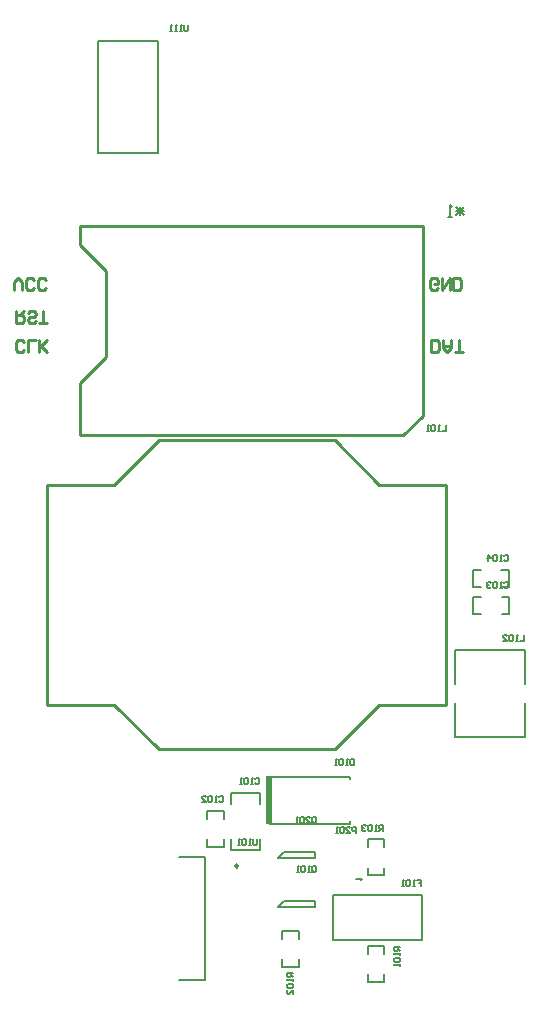
<source format=gbo>
%FSLAX25Y25*%
%MOIN*%
G70*
G01*
G75*
G04 Layer_Color=9218505*
%ADD10R,0.03937X0.03740*%
%ADD11R,0.03740X0.03937*%
%ADD12R,0.02362X0.05906*%
%ADD13R,0.02559X0.04331*%
%ADD14R,0.03150X0.02362*%
%ADD15R,0.08465X0.06693*%
%ADD16O,0.00945X0.02362*%
%ADD17R,0.05906X0.07480*%
%ADD18R,0.03150X0.03150*%
%ADD19R,0.04724X0.07874*%
%ADD20O,0.02362X0.00984*%
%ADD21R,0.06300X0.05000*%
%ADD22R,0.04724X0.03937*%
%ADD23R,0.08661X0.03937*%
%ADD24R,0.04331X0.02559*%
%ADD25O,0.02362X0.06299*%
%ADD26O,0.06299X0.02362*%
%ADD27C,0.01000*%
%ADD28C,0.02000*%
%ADD29C,0.01500*%
%ADD30C,0.06300*%
%ADD31C,0.03500*%
%ADD32C,0.02200*%
%ADD33C,0.06500*%
%ADD34C,0.04500*%
%ADD35C,0.06000*%
%ADD36C,0.04000*%
%ADD37R,0.01732X0.00787*%
%ADD38C,0.06000*%
%ADD39C,0.08700*%
%ADD40R,0.05906X0.05906*%
%ADD41C,0.05906*%
%ADD42R,0.06496X0.06496*%
%ADD43C,0.06496*%
%ADD44R,0.05906X0.05906*%
%ADD45R,0.06496X0.06496*%
%ADD46C,0.02000*%
%ADD47C,0.01969*%
%ADD48C,0.05000*%
%ADD49R,0.20079X0.70079*%
%ADD50R,0.32677X0.41142*%
%ADD51R,0.12598X0.04134*%
%ADD52R,0.20866X0.06299*%
%ADD53R,0.08500X0.10799*%
%ADD54R,0.07717X0.12402*%
%ADD55R,0.07284X0.05118*%
%ADD56R,0.11024X0.03937*%
%ADD57R,0.02500X0.04200*%
%ADD58C,0.00799*%
%ADD59C,0.00984*%
%ADD60C,0.00700*%
%ADD61C,0.00800*%
%ADD62C,0.00787*%
%ADD63C,0.00669*%
%ADD64C,0.00701*%
%ADD65C,0.00600*%
%ADD66R,0.02000X0.04000*%
%ADD67R,0.01000X0.11000*%
%ADD68R,0.10350X0.01000*%
%ADD69R,0.04000X0.02000*%
%ADD70R,0.00886X0.03937*%
%ADD71R,0.03839X0.06102*%
%ADD72R,0.04433X0.07043*%
%ADD73R,0.02362X0.02756*%
%ADD74R,0.00000X0.03150*%
%ADD75R,0.00000X0.00000*%
%ADD76R,0.04337X0.04140*%
%ADD77R,0.04140X0.04337*%
%ADD78R,0.02762X0.06306*%
%ADD79R,0.02959X0.04731*%
%ADD80R,0.03550X0.02762*%
%ADD81R,0.08865X0.07093*%
%ADD82O,0.01345X0.02762*%
%ADD83R,0.06306X0.07880*%
%ADD84R,0.03550X0.03550*%
%ADD85R,0.05124X0.08274*%
%ADD86O,0.02762X0.01384*%
%ADD87R,0.06700X0.05400*%
%ADD88R,0.05124X0.04337*%
%ADD89R,0.09061X0.04337*%
%ADD90R,0.04731X0.02959*%
%ADD91O,0.02762X0.06699*%
%ADD92O,0.06699X0.02762*%
%ADD93R,0.02132X0.01187*%
%ADD94C,0.09100*%
%ADD95R,0.06306X0.06306*%
%ADD96C,0.06306*%
%ADD97R,0.06306X0.06306*%
%ADD98C,0.02362*%
%ADD99C,0.02369*%
%ADD100C,0.05400*%
%ADD101R,0.20479X0.70479*%
%ADD102R,0.33077X0.41542*%
%ADD103R,0.12998X0.04534*%
%ADD104R,0.21266X0.06699*%
%ADD105R,0.08900X0.11199*%
%ADD106R,0.08117X0.12802*%
%ADD107R,0.07684X0.05518*%
%ADD108R,0.11424X0.04337*%
%ADD109R,0.02900X0.04600*%
%ADD110C,0.02400*%
%ADD111C,0.00500*%
%ADD112R,0.02000X0.16400*%
D27*
X93000Y-256476D02*
X122331D01*
X137193Y-241614D01*
X159535D01*
Y-205000D01*
X26465Y-241614D02*
Y-205000D01*
Y-241614D02*
X48807D01*
X63669Y-256476D01*
X93000D01*
X63669Y-153524D02*
X93000D01*
X48807Y-168386D02*
X63669Y-153524D01*
X26465Y-168386D02*
X48807D01*
X26465Y-205000D02*
Y-168386D01*
X159535Y-205000D02*
Y-168386D01*
X137193D02*
X159535D01*
X122331Y-153524D02*
X137193Y-168386D01*
X93000Y-153524D02*
X122331D01*
X46000Y-108165D02*
Y-101725D01*
Y-108165D02*
Y-101725D01*
Y-97000D01*
X37413Y-88413D02*
X46000Y-97000D01*
X37413Y-88413D02*
Y-82157D01*
Y-151842D02*
Y-134421D01*
X46000Y-125835D01*
X37413Y-151842D02*
X145158D01*
X151587Y-145413D01*
Y-82157D01*
X46000Y-125835D02*
Y-108165D01*
X37413Y-82157D02*
X151587D01*
X18624Y-123280D02*
X17968Y-123936D01*
X16656D01*
X16000Y-123280D01*
Y-120656D01*
X16656Y-120000D01*
X17968D01*
X18624Y-120656D01*
X19936Y-123936D02*
Y-120000D01*
X22560D01*
X23871Y-123936D02*
Y-120000D01*
Y-121312D01*
X26495Y-123936D01*
X24527Y-121968D01*
X26495Y-120000D01*
X16000Y-110500D02*
Y-114436D01*
X17968D01*
X18624Y-113780D01*
Y-112468D01*
X17968Y-111812D01*
X16000D01*
X17312D02*
X18624Y-110500D01*
X22560Y-113780D02*
X21904Y-114436D01*
X20592D01*
X19936Y-113780D01*
Y-113124D01*
X20592Y-112468D01*
X21904D01*
X22560Y-111812D01*
Y-111156D01*
X21904Y-110500D01*
X20592D01*
X19936Y-111156D01*
X23871Y-114436D02*
X26495D01*
X25183D01*
Y-110500D01*
X15500Y-103436D02*
Y-100812D01*
X16812Y-99500D01*
X18124Y-100812D01*
Y-103436D01*
X22060Y-102780D02*
X21404Y-103436D01*
X20092D01*
X19436Y-102780D01*
Y-100156D01*
X20092Y-99500D01*
X21404D01*
X22060Y-100156D01*
X25995Y-102780D02*
X25339Y-103436D01*
X24027D01*
X23371Y-102780D01*
Y-100156D01*
X24027Y-99500D01*
X25339D01*
X25995Y-100156D01*
X154500Y-123936D02*
Y-120000D01*
X156468D01*
X157124Y-120656D01*
Y-123280D01*
X156468Y-123936D01*
X154500D01*
X158436Y-120000D02*
Y-122624D01*
X159748Y-123936D01*
X161060Y-122624D01*
Y-120000D01*
Y-121968D01*
X158436D01*
X162372Y-123936D02*
X164995D01*
X163683D01*
Y-120000D01*
X156624Y-102780D02*
X155968Y-103436D01*
X154656D01*
X154000Y-102780D01*
Y-100156D01*
X154656Y-99500D01*
X155968D01*
X156624Y-100156D01*
Y-101468D01*
X155312D01*
X157936Y-99500D02*
Y-103436D01*
X160560Y-99500D01*
Y-103436D01*
X161872D02*
Y-99500D01*
X163839D01*
X164495Y-100156D01*
Y-102780D01*
X163839Y-103436D01*
X161872D01*
D59*
X90114Y-295382D02*
G03*
X90114Y-295382I-492J0D01*
G01*
D60*
X185571Y-252540D02*
Y-241193D01*
X162429Y-252540D02*
Y-241193D01*
Y-252540D02*
X185571D01*
X162429Y-223460D02*
X185571D01*
Y-234807D02*
Y-223460D01*
X162429Y-234807D02*
Y-223460D01*
X127500Y-266550D02*
Y-265650D01*
X100800D02*
X127500D01*
X100800Y-281350D02*
X127500D01*
Y-280450D01*
X121736Y-319980D02*
X151264D01*
X121736D02*
Y-305118D01*
X151264Y-319980D02*
Y-305118D01*
X121736D02*
X151264D01*
X138727Y-298498D02*
Y-295900D01*
X133280Y-298498D02*
X138727D01*
X133280D02*
Y-295900D01*
Y-289100D02*
Y-286502D01*
X138727D01*
Y-289100D02*
Y-286502D01*
Y-333998D02*
Y-331400D01*
X133280Y-333998D02*
X138727D01*
X133280D02*
Y-331400D01*
Y-324600D02*
Y-322002D01*
X138727D01*
Y-324600D02*
Y-322002D01*
X110227Y-328998D02*
Y-326400D01*
X104780Y-328998D02*
X110227D01*
X104780D02*
Y-326400D01*
Y-319600D02*
Y-317002D01*
X110227D01*
Y-319600D02*
Y-317002D01*
X87736Y-289949D02*
Y-286405D01*
Y-289949D02*
X97264D01*
Y-286405D01*
Y-274594D02*
Y-271051D01*
X87736D02*
X97264D01*
X87736Y-274594D02*
Y-271051D01*
X85227Y-288998D02*
Y-286400D01*
X79780Y-288998D02*
X85227D01*
X79780D02*
Y-286400D01*
Y-279600D02*
Y-277002D01*
X85227D01*
Y-279600D02*
Y-277002D01*
X168502Y-211227D02*
X171100D01*
X168502D02*
Y-205780D01*
X171100D01*
X177900D02*
X180498D01*
Y-211227D02*
Y-205780D01*
X177900Y-211227D02*
X180498D01*
X168407Y-202227D02*
X171005D01*
X168407D02*
Y-196780D01*
X171005D01*
X177805D02*
X180404D01*
Y-202227D02*
Y-196780D01*
X177805Y-202227D02*
X180404D01*
X165300Y-75668D02*
X162634Y-78334D01*
X165300D02*
X162634Y-75668D01*
X165300Y-77001D02*
X162634D01*
X163967Y-78334D02*
Y-75668D01*
X161301Y-79000D02*
X159968D01*
X160635D01*
Y-75001D01*
X161301Y-75668D01*
D62*
X70331Y-333472D02*
X79189D01*
Y-292528D01*
X70331D02*
X79189D01*
X103398Y-292709D02*
X105366Y-290740D01*
X115602D01*
X103398Y-292709D02*
X115602D01*
Y-290740D01*
X103398Y-308984D02*
X105366Y-307016D01*
X115602D01*
X103398Y-308984D02*
X115602D01*
Y-307016D01*
D65*
X73500Y-15001D02*
Y-16667D01*
X73167Y-17000D01*
X72500D01*
X72167Y-16667D01*
Y-15001D01*
X71501Y-17000D02*
X70834D01*
X71167D01*
Y-15001D01*
X71501Y-15334D01*
X69835Y-17000D02*
X69168D01*
X69501D01*
Y-15001D01*
X69835Y-15334D01*
X68168Y-17000D02*
X67502D01*
X67835D01*
Y-15001D01*
X68168Y-15334D01*
X95667Y-266434D02*
X96000Y-266101D01*
X96667D01*
X97000Y-266434D01*
Y-267767D01*
X96667Y-268100D01*
X96000D01*
X95667Y-267767D01*
X95001Y-268100D02*
X94334D01*
X94667D01*
Y-266101D01*
X95001Y-266434D01*
X93335D02*
X93001Y-266101D01*
X92335D01*
X92002Y-266434D01*
Y-267767D01*
X92335Y-268100D01*
X93001D01*
X93335Y-267767D01*
Y-266434D01*
X91335Y-268100D02*
X90669D01*
X91002D01*
Y-266101D01*
X91335Y-266434D01*
X83667Y-272434D02*
X84000Y-272101D01*
X84667D01*
X85000Y-272434D01*
Y-273767D01*
X84667Y-274100D01*
X84000D01*
X83667Y-273767D01*
X83001Y-274100D02*
X82334D01*
X82667D01*
Y-272101D01*
X83001Y-272434D01*
X81335D02*
X81001Y-272101D01*
X80335D01*
X80002Y-272434D01*
Y-273767D01*
X80335Y-274100D01*
X81001D01*
X81335Y-273767D01*
Y-272434D01*
X78002Y-274100D02*
X79335D01*
X78002Y-272767D01*
Y-272434D01*
X78335Y-272101D01*
X79002D01*
X79335Y-272434D01*
X178867Y-201134D02*
X179200Y-200801D01*
X179867D01*
X180200Y-201134D01*
Y-202467D01*
X179867Y-202800D01*
X179200D01*
X178867Y-202467D01*
X178201Y-202800D02*
X177534D01*
X177867D01*
Y-200801D01*
X178201Y-201134D01*
X176534D02*
X176201Y-200801D01*
X175535D01*
X175202Y-201134D01*
Y-202467D01*
X175535Y-202800D01*
X176201D01*
X176534Y-202467D01*
Y-201134D01*
X174535D02*
X174202Y-200801D01*
X173536D01*
X173202Y-201134D01*
Y-201467D01*
X173536Y-201800D01*
X173869D01*
X173536D01*
X173202Y-202133D01*
Y-202467D01*
X173536Y-202800D01*
X174202D01*
X174535Y-202467D01*
X178773Y-192134D02*
X179106Y-191801D01*
X179772D01*
X180105Y-192134D01*
Y-193467D01*
X179772Y-193800D01*
X179106D01*
X178773Y-193467D01*
X178106Y-193800D02*
X177440D01*
X177773D01*
Y-191801D01*
X178106Y-192134D01*
X176440D02*
X176107Y-191801D01*
X175440D01*
X175107Y-192134D01*
Y-193467D01*
X175440Y-193800D01*
X176107D01*
X176440Y-193467D01*
Y-192134D01*
X173441Y-193800D02*
Y-191801D01*
X174441Y-192800D01*
X173108D01*
X128600Y-259801D02*
Y-261800D01*
X127600D01*
X127267Y-261467D01*
Y-260134D01*
X127600Y-259801D01*
X128600D01*
X126601Y-261800D02*
X125934D01*
X126267D01*
Y-259801D01*
X126601Y-260134D01*
X124934D02*
X124601Y-259801D01*
X123935D01*
X123602Y-260134D01*
Y-261467D01*
X123935Y-261800D01*
X124601D01*
X124934Y-261467D01*
Y-260134D01*
X122935Y-261800D02*
X122269D01*
X122602D01*
Y-259801D01*
X122935Y-260134D01*
X149667Y-300201D02*
X151000D01*
Y-301200D01*
X150333D01*
X151000D01*
Y-302200D01*
X149001D02*
X148334D01*
X148667D01*
Y-300201D01*
X149001Y-300534D01*
X147335D02*
X147001Y-300201D01*
X146335D01*
X146002Y-300534D01*
Y-301867D01*
X146335Y-302200D01*
X147001D01*
X147335Y-301867D01*
Y-300534D01*
X145335Y-302200D02*
X144669D01*
X145002D01*
Y-300201D01*
X145335Y-300534D01*
X159400Y-148401D02*
Y-150400D01*
X158067D01*
X157401D02*
X156734D01*
X157067D01*
Y-148401D01*
X157401Y-148734D01*
X155735D02*
X155401Y-148401D01*
X154735D01*
X154402Y-148734D01*
Y-150067D01*
X154735Y-150400D01*
X155401D01*
X155735Y-150067D01*
Y-148734D01*
X153735Y-150400D02*
X153069D01*
X153402D01*
Y-148401D01*
X153735Y-148734D01*
X185300Y-218501D02*
Y-220500D01*
X183967D01*
X183301D02*
X182634D01*
X182967D01*
Y-218501D01*
X183301Y-218834D01*
X181634D02*
X181301Y-218501D01*
X180635D01*
X180302Y-218834D01*
Y-220167D01*
X180635Y-220500D01*
X181301D01*
X181634Y-220167D01*
Y-218834D01*
X178302Y-220500D02*
X179635D01*
X178302Y-219167D01*
Y-218834D01*
X178636Y-218501D01*
X179302D01*
X179635Y-218834D01*
X129500Y-284500D02*
Y-282501D01*
X128500D01*
X128167Y-282834D01*
Y-283500D01*
X128500Y-283834D01*
X129500D01*
X126168Y-284500D02*
X127501D01*
X126168Y-283167D01*
Y-282834D01*
X126501Y-282501D01*
X127167D01*
X127501Y-282834D01*
X125501D02*
X125168Y-282501D01*
X124502D01*
X124168Y-282834D01*
Y-284167D01*
X124502Y-284500D01*
X125168D01*
X125501Y-284167D01*
Y-282834D01*
X123502Y-284500D02*
X122836D01*
X123169D01*
Y-282501D01*
X123502Y-282834D01*
X114867Y-296967D02*
Y-295634D01*
X115200Y-295301D01*
X115867D01*
X116200Y-295634D01*
Y-296967D01*
X115867Y-297300D01*
X115200D01*
X115533Y-296634D02*
X114867Y-297300D01*
X115200D02*
X114867Y-296967D01*
X114201Y-297300D02*
X113534D01*
X113867D01*
Y-295301D01*
X114201Y-295634D01*
X112534D02*
X112201Y-295301D01*
X111535D01*
X111202Y-295634D01*
Y-296967D01*
X111535Y-297300D01*
X112201D01*
X112534Y-296967D01*
Y-295634D01*
X110535Y-297300D02*
X109869D01*
X110202D01*
Y-295301D01*
X110535Y-295634D01*
X114867Y-280691D02*
Y-279358D01*
X115200Y-279025D01*
X115867D01*
X116200Y-279358D01*
Y-280691D01*
X115867Y-281024D01*
X115200D01*
X115533Y-280358D02*
X114867Y-281024D01*
X115200D02*
X114867Y-280691D01*
X112868Y-281024D02*
X114201D01*
X112868Y-279692D01*
Y-279358D01*
X113201Y-279025D01*
X113867D01*
X114201Y-279358D01*
X112201D02*
X111868Y-279025D01*
X111202D01*
X110868Y-279358D01*
Y-280691D01*
X111202Y-281024D01*
X111868D01*
X112201Y-280691D01*
Y-279358D01*
X110202Y-281024D02*
X109536D01*
X109869D01*
Y-279025D01*
X110202Y-279358D01*
X144000Y-322500D02*
X142001D01*
Y-323500D01*
X142334Y-323833D01*
X143000D01*
X143333Y-323500D01*
Y-322500D01*
Y-323166D02*
X144000Y-323833D01*
Y-324499D02*
Y-325166D01*
Y-324833D01*
X142001D01*
X142334Y-324499D01*
Y-326166D02*
X142001Y-326499D01*
Y-327165D01*
X142334Y-327498D01*
X143667D01*
X144000Y-327165D01*
Y-326499D01*
X143667Y-326166D01*
X142334D01*
X144000Y-328165D02*
Y-328831D01*
Y-328498D01*
X142001D01*
X142334Y-328165D01*
X108500Y-331000D02*
X106501D01*
Y-332000D01*
X106834Y-332333D01*
X107500D01*
X107834Y-332000D01*
Y-331000D01*
Y-331666D02*
X108500Y-332333D01*
Y-332999D02*
Y-333666D01*
Y-333333D01*
X106501D01*
X106834Y-332999D01*
Y-334665D02*
X106501Y-334999D01*
Y-335665D01*
X106834Y-335998D01*
X108167D01*
X108500Y-335665D01*
Y-334999D01*
X108167Y-334665D01*
X106834D01*
X108500Y-337998D02*
Y-336665D01*
X107167Y-337998D01*
X106834D01*
X106501Y-337665D01*
Y-336998D01*
X106834Y-336665D01*
X138500Y-283600D02*
Y-281601D01*
X137500D01*
X137167Y-281934D01*
Y-282600D01*
X137500Y-282934D01*
X138500D01*
X137833D02*
X137167Y-283600D01*
X136501D02*
X135834D01*
X136167D01*
Y-281601D01*
X136501Y-281934D01*
X134835D02*
X134501Y-281601D01*
X133835D01*
X133502Y-281934D01*
Y-283267D01*
X133835Y-283600D01*
X134501D01*
X134835Y-283267D01*
Y-281934D01*
X132835D02*
X132502Y-281601D01*
X131835D01*
X131502Y-281934D01*
Y-282267D01*
X131835Y-282600D01*
X132169D01*
X131835D01*
X131502Y-282934D01*
Y-283267D01*
X131835Y-283600D01*
X132502D01*
X132835Y-283267D01*
X96500Y-286501D02*
Y-288167D01*
X96167Y-288500D01*
X95500D01*
X95167Y-288167D01*
Y-286501D01*
X94501Y-288500D02*
X93834D01*
X94167D01*
Y-286501D01*
X94501Y-286834D01*
X92835D02*
X92501Y-286501D01*
X91835D01*
X91502Y-286834D01*
Y-288167D01*
X91835Y-288500D01*
X92501D01*
X92835Y-288167D01*
Y-286834D01*
X90835Y-288500D02*
X90169D01*
X90502D01*
Y-286501D01*
X90835Y-286834D01*
X131069Y-300198D02*
X131164Y-300007D01*
X131450Y-299722D01*
X129450D01*
D111*
X43500Y-20300D02*
X63500D01*
Y-57700D02*
Y-20300D01*
X43500Y-57700D02*
X63500D01*
X43500D02*
Y-20300D01*
D112*
X100500Y-273500D02*
D03*
M02*

</source>
